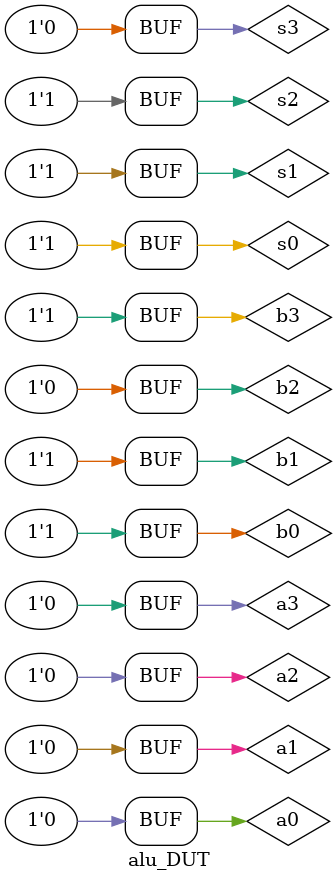
<source format=sv>
module two_and(input a, input b, output y);
assign y=a&b;
endmodule

module two_or(input a, input b, output y);
assign y=a|b;
endmodule

module three_and(input a, input b, input c, output y);
assign y=a&b&c;
endmodule

module four_and(input a, input b, input c,input  d, output y);
assign y=a&b&c&d;
endmodule

module two_xor(input a, input b, output y);
assign y=a^b;
endmodule

module three_xor(input a, input b, input c, output y);
assign y=a^b^c;
endmodule

module two_mux(input a, input b, input select, output y);
logic f;
logic s;
two_and first(select, a,f);
two_and second(~select, b,s);
two_or fin(f,s,y);
endmodule

module four_mux(input a,input b, input c, input d, input s0,input s1, output y);
logic f;
logic s;
two_mux first(d,c,s1,f);
two_mux second(b,a,s1,s);
two_mux fin(f,s,s0,y);
endmodule

module half_adder(input a, input b, output y, output cout);
two_xor sum(a,b,y);
two_and carry(a,b,cout);
endmodule

module full_adder(input a, input b, input cin, output sum, output cout);
logic halfsum;
logic halfcout;
logic extracout;
half_adder half(a,b,halfsum,halfcout);
two_xor finsum(halfsum,cin,sum);
two_and prefin(cin,halfsum,extracout);
two_or fincout(extracout,halfcout,cout);
endmodule

module asr(input a0, input a1, input a2, input a3, output y0, output y1, output y2, output y3);
assign y0=a0;
two_mux first(1,0,a0,y1);
two_mux second(1,0,a1,y2);
two_mux third(1,0,a2,y3);
endmodule

module one_au(input a, input b, input s0, input s1,output sum, output cout);
logic two;
two_mux first(b,~b,s0,two);
full_adder f(a,two,s1,sum,cout);
endmodule

module one_lu(input a, input b, input s0, input s1, output y);
logic addr;
logic orr;
logic xorr;
logic invr;
two_and aa(a,b,addr);
two_or bb(a,b,orr);
two_xor cc(a,b,xorr);
assign invr = ~b;
four_mux result(addr,orr,xorr,invr,s0,s1,y);
endmodule

module four_au(input a0,a1,a2,a3,b0,b1,b2,b3,input s0,input s1,output y0,y1,y2,y3, output v);
logic c1;
logic c2;
logic c3;
one_au aa(a3,b3,s0,s1,y3,c1);
one_au bb(a2,b2,s0,c1,y2,c2);
one_au cc(a1,b1,s0,c2,y1,c3);
one_au dd(a0,b0,s0,c3,y0,v);
endmodule

module four_lu(input a0,a1,a2,a3, input b0,b1,b2,b3, input s0,s1,output y0,y1,y2,y3);
one_lu aa(a0,b0,s0,s1,y0);
one_lu bb(a1,b1,s0,s1,y1);
one_lu cc(a2,b2,s0,s1,y2);
one_lu dd(a3,b3,s0,s1,y3);
endmodule


module alu(input a0,a1,a2,a3, input b0,b1,b2,b3, input s0,s1,s2,s3, output y0,y1,y2,y3, output z,v);
logic l0,l1,l2,l3;
logic u0,u1,u2,u3;
logic v_temp;
logic al0,al1,al2,al3;
logic sh0,sh1,sh2,sh3;
asr gg(a0,a1,a2,a3,sh0,sh1,sh2,sh3);
four_au aa(a0,a1,a2,a3,b0,b1,b2,b3,s0,s1,u0,u1,u2,u3,v_temp);
four_lu bb(a0,a1,a2,a3,b0,b1,b2,b3,s0,s1,l0,l1,l2,l3);
two_mux cc(u0,l0,s2,al0);
two_mux dd(u1,l1,s2,al1);
two_mux ee(u2,l2,s2,al2);
two_mux ff(u3,l3,s2,al3);
two_mux fin1(sh0,al0,s3,y0);
two_mux fin2(sh1,al1,s3,y1);
two_mux fin3(sh2,al2,s3,y2);
two_mux fin4(sh3,al3,s3,y3);
four_and fin5(~y0,~y1,~y2,~y3,z);
four_and fin6(s0,v_temp,s2,~s3,v);
endmodule

module alu_DUT();
logic a0=0;
logic a1=1;
logic a2=0;
logic a3=1;

logic b0=1;
logic b1=1;
logic b2=0;
logic b3=1;

logic s0;
logic s1;
logic s2;
logic s3;

reg y0,y1,y2,y3;
reg z;
reg v;

initial
begin
s0=0;s1=0;s2=0;s3=0;#100; ///AND //Check
s0=1;s1=0;s2=0;s3=0;#100; //XOR // Check
s0=0;s1=1;s2=0;s3=0;#100; //OR  // Check
s0=1;s1=1;s2=0;s3=0;#100; //INV // Check
s0=1;s1=0;s2=1;s3=0;#100; //A+B //Check
s0=1;s1=1;s2=1;s3=0;#100; //A+B+1 //Check
s0=0;s1=0;s2=1;s3=0;#100; //A+B' (A-B-1) //Check
s0=0;s1=1;s2=1;s3=0;#100; //A+B'+1 (A-B) //Check
s0=0;s1=0;s2=0;s3=1;#100; //ASR 
a0=0;a1=0;a2=0;a3=0;
s0=1;s1=1;s2=1;s3=0;#100; //B+1
end
alu f(a0,a1,a2,a3,b0,b1,b2,b3,s0,s1,s2,s3,y0,y1,y2,y3,z,v);
endmodule
</source>
